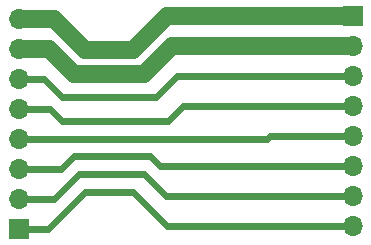
<source format=gbr>
%TF.GenerationSoftware,KiCad,Pcbnew,7.0.7-7.0.7~ubuntu20.04.1*%
%TF.CreationDate,2023-08-29T15:56:50+01:00*%
%TF.ProjectId,hot-end-connector,686f742d-656e-4642-9d63-6f6e6e656374,rev?*%
%TF.SameCoordinates,Original*%
%TF.FileFunction,Copper,L1,Top*%
%TF.FilePolarity,Positive*%
%FSLAX46Y46*%
G04 Gerber Fmt 4.6, Leading zero omitted, Abs format (unit mm)*
G04 Created by KiCad (PCBNEW 7.0.7-7.0.7~ubuntu20.04.1) date 2023-08-29 15:56:50*
%MOMM*%
%LPD*%
G01*
G04 APERTURE LIST*
%TA.AperFunction,ComponentPad*%
%ADD10O,1.700000X1.700000*%
%TD*%
%TA.AperFunction,ComponentPad*%
%ADD11R,1.700000X1.700000*%
%TD*%
%TA.AperFunction,Conductor*%
%ADD12C,0.600000*%
%TD*%
%TA.AperFunction,Conductor*%
%ADD13C,1.500000*%
%TD*%
G04 APERTURE END LIST*
D10*
%TO.P,J2,8,Pin_8*%
%TO.N,Net-(J1-Pin_1)*%
X58625000Y-176905000D03*
%TO.P,J2,7,Pin_7*%
%TO.N,Net-(J1-Pin_2)*%
X58625000Y-174365000D03*
%TO.P,J2,6,Pin_6*%
%TO.N,Net-(J1-Pin_3)*%
X58625000Y-171825000D03*
%TO.P,J2,5,Pin_5*%
%TO.N,Net-(J1-Pin_4)*%
X58625000Y-169285000D03*
%TO.P,J2,4,Pin_4*%
%TO.N,Net-(J1-Pin_5)*%
X58625000Y-166745000D03*
%TO.P,J2,3,Pin_3*%
%TO.N,Net-(J1-Pin_6)*%
X58625000Y-164205000D03*
%TO.P,J2,2,Pin_2*%
%TO.N,Net-(J1-Pin_7)*%
X58625000Y-161665000D03*
D11*
%TO.P,J2,1,Pin_1*%
%TO.N,Net-(J1-Pin_8)*%
X58625000Y-159125000D03*
%TD*%
%TO.P,J1,1,Pin_1*%
%TO.N,Net-(J1-Pin_1)*%
X30375000Y-177160000D03*
D10*
%TO.P,J1,2,Pin_2*%
%TO.N,Net-(J1-Pin_2)*%
X30375000Y-174620000D03*
%TO.P,J1,3,Pin_3*%
%TO.N,Net-(J1-Pin_3)*%
X30375000Y-172080000D03*
%TO.P,J1,4,Pin_4*%
%TO.N,Net-(J1-Pin_4)*%
X30375000Y-169540000D03*
%TO.P,J1,5,Pin_5*%
%TO.N,Net-(J1-Pin_5)*%
X30375000Y-167000000D03*
%TO.P,J1,6,Pin_6*%
%TO.N,Net-(J1-Pin_6)*%
X30375000Y-164460000D03*
%TO.P,J1,7,Pin_7*%
%TO.N,Net-(J1-Pin_7)*%
X30375000Y-161920000D03*
%TO.P,J1,8,Pin_8*%
%TO.N,Net-(J1-Pin_8)*%
X30375000Y-159380000D03*
%TD*%
D12*
%TO.N,Net-(J1-Pin_4)*%
X51370000Y-169540000D02*
X51625000Y-169285000D01*
X51625000Y-169285000D02*
X58625000Y-169285000D01*
%TO.N,Net-(J1-Pin_1)*%
X58625000Y-176905000D02*
X42905000Y-176905000D01*
X42905000Y-176905000D02*
X40000000Y-174000000D01*
X40000000Y-174000000D02*
X36000000Y-174000000D01*
X36000000Y-174000000D02*
X32840000Y-177160000D01*
X32840000Y-177160000D02*
X30375000Y-177160000D01*
%TO.N,Net-(J1-Pin_2)*%
X58625000Y-174365000D02*
X42865000Y-174365000D01*
X42865000Y-174365000D02*
X41000000Y-172500000D01*
X41000000Y-172500000D02*
X35500000Y-172500000D01*
X35500000Y-172500000D02*
X33380000Y-174620000D01*
X33380000Y-174620000D02*
X30375000Y-174620000D01*
%TO.N,Net-(J1-Pin_3)*%
X58625000Y-171825000D02*
X51625000Y-171825000D01*
%TO.N,Net-(J1-Pin_5)*%
X55000000Y-166745000D02*
X58625000Y-166745000D01*
X51625000Y-166745000D02*
X55000000Y-166745000D01*
X44255000Y-166745000D02*
X50000000Y-166745000D01*
X50000000Y-166745000D02*
X51625000Y-166745000D01*
X55000000Y-166745000D02*
X50000000Y-166745000D01*
%TO.N,Net-(J1-Pin_6)*%
X30375000Y-164460000D02*
X32460000Y-164460000D01*
X32460000Y-164460000D02*
X34000000Y-166000000D01*
X43795000Y-164205000D02*
X58625000Y-164205000D01*
X34000000Y-166000000D02*
X42000000Y-166000000D01*
X42000000Y-166000000D02*
X43795000Y-164205000D01*
D13*
%TO.N,Net-(J1-Pin_7)*%
X30375000Y-161920000D02*
X32920000Y-161920000D01*
X35000000Y-164000000D02*
X41000000Y-164000000D01*
X32920000Y-161920000D02*
X35000000Y-164000000D01*
X41000000Y-164000000D02*
X43335000Y-161665000D01*
X43335000Y-161665000D02*
X58625000Y-161665000D01*
%TO.N,Net-(J1-Pin_8)*%
X30375000Y-159380000D02*
X33380000Y-159380000D01*
X33380000Y-159380000D02*
X36000000Y-162000000D01*
X36000000Y-162000000D02*
X40000000Y-162000000D01*
X40000000Y-162000000D02*
X42875000Y-159125000D01*
X42875000Y-159125000D02*
X58625000Y-159125000D01*
D12*
%TO.N,Net-(J1-Pin_4)*%
X30375000Y-169540000D02*
X51370000Y-169540000D01*
%TO.N,Net-(J1-Pin_3)*%
X51625000Y-171825000D02*
X42325000Y-171825000D01*
X42325000Y-171825000D02*
X41500000Y-171000000D01*
X41500000Y-171000000D02*
X35000000Y-171000000D01*
X35000000Y-171000000D02*
X33920000Y-172080000D01*
X33920000Y-172080000D02*
X30375000Y-172080000D01*
%TO.N,Net-(J1-Pin_5)*%
X30375000Y-167000000D02*
X33000000Y-167000000D01*
X33000000Y-167000000D02*
X34000000Y-168000000D01*
X34000000Y-168000000D02*
X43000000Y-168000000D01*
X43000000Y-168000000D02*
X44255000Y-166745000D01*
%TD*%
M02*

</source>
